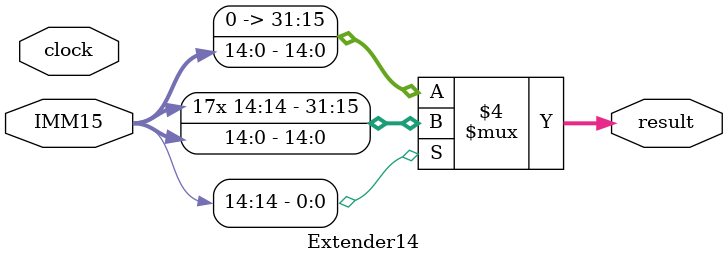
<source format=v>
module Extender14 (IMM15, result, clock);

input [14:0] IMM15;
input clock;


output reg [31:0] result;

always @ (*) begin
		result = IMM15;
		if(IMM15[14]==1'b1) result = {{17{IMM15[14]}}, IMM15};; // (ADDI,SUBI, ...)
end

endmodule
</source>
